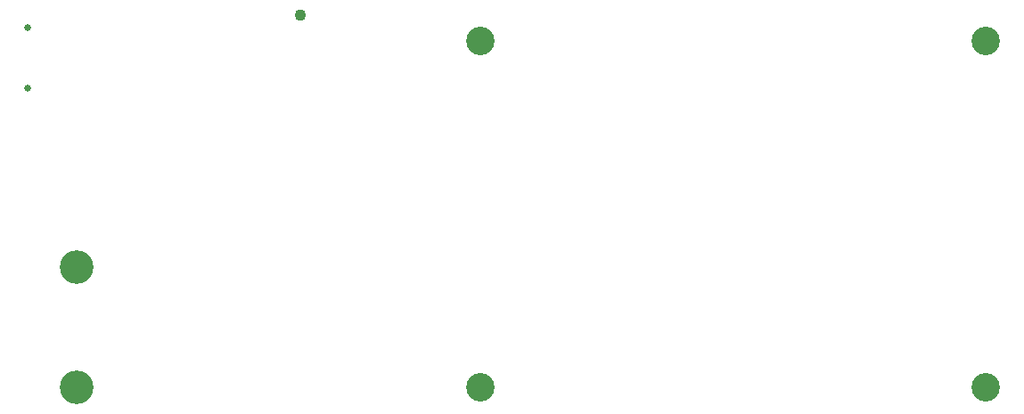
<source format=gbr>
%TF.GenerationSoftware,KiCad,Pcbnew,8.0.4*%
%TF.CreationDate,2024-11-24T10:16:43+11:00*%
%TF.ProjectId,cm4-bare-minimum,636d342d-6261-4726-952d-6d696e696d75,V0.1*%
%TF.SameCoordinates,Original*%
%TF.FileFunction,NonPlated,1,2,NPTH,Drill*%
%TF.FilePolarity,Positive*%
%FSLAX46Y46*%
G04 Gerber Fmt 4.6, Leading zero omitted, Abs format (unit mm)*
G04 Created by KiCad (PCBNEW 8.0.4) date 2024-11-24 10:16:43*
%MOMM*%
%LPD*%
G01*
G04 APERTURE LIST*
%TA.AperFunction,ComponentDrill*%
%ADD10C,0.650000*%
%TD*%
%TA.AperFunction,ComponentDrill*%
%ADD11C,1.100000*%
%TD*%
%TA.AperFunction,ComponentDrill*%
%ADD12C,2.700000*%
%TD*%
%TA.AperFunction,ComponentDrill*%
%ADD13C,3.200000*%
%TD*%
G04 APERTURE END LIST*
D10*
%TO.C,J4*%
X46580000Y-52205000D03*
X46580000Y-57985000D03*
D11*
%TO.C,J1*%
X72435000Y-51040000D03*
D12*
%TO.C,Module1*%
X89600000Y-53475000D03*
X89600000Y-86475000D03*
X137600000Y-53475000D03*
X137600000Y-86475000D03*
D13*
%TO.C,U5*%
X51237500Y-75010000D03*
X51237500Y-86440000D03*
M02*

</source>
